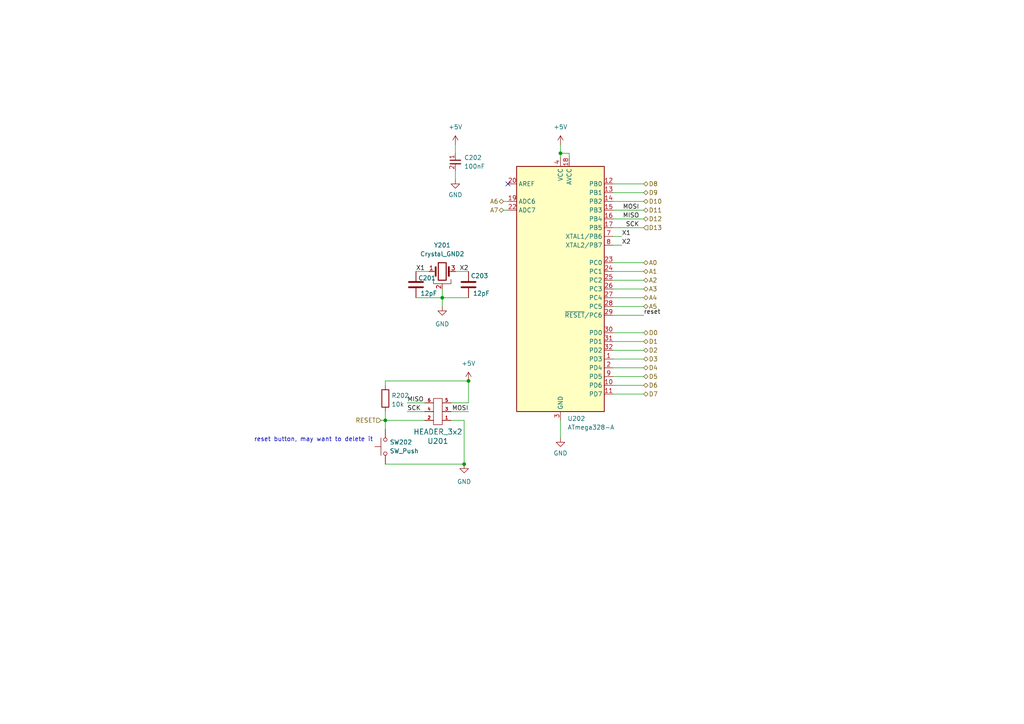
<source format=kicad_sch>
(kicad_sch (version 20230121) (generator eeschema)
  (paper "A4")
  (lib_symbols
    (symbol "Device:C" (pin_numbers hide) (pin_names (offset 0.254))
      (property "Reference" "C" (at 0.635 2.54 0))
      (property "Value" "C" (at 0.635 -2.54 0))
      (symbol "C_0_1"
        (polyline (pts (xy -2.032 -0.762) (xy 2.032 -0.762)) (stroke (width 0.508)))
        (polyline (pts (xy -2.032 0.762) (xy 2.032 0.762)) (stroke (width 0.508)))
      )
      (symbol "C_1_1"
        (pin passive line (at 0 3.81 270) (length 2.794) (name "~") (number "1"))
        (pin passive line (at 0 -3.81 90) (length 2.794) (name "~") (number "2"))
      )
    )
    (symbol "Device:R" (pin_numbers hide) (pin_names (offset 0))
      (property "Reference" "R" (at 2.032 0 90))
      (property "Value" "R" (at 0 0 90))
      (symbol "R_0_1"
        (rectangle (start -1.016 -2.54) (end 1.016 2.54) (stroke (width 0.254)))
      )
      (symbol "R_1_1"
        (pin passive line (at 0 3.81 270) (length 1.27) (name "~") (number "1"))
        (pin passive line (at 0 -3.81 90) (length 1.27) (name "~") (number "2"))
      )
    )
    (symbol "GND_1" (power) (pin_names (offset 0))
      (property "Value" "GND_1" (at 0 -3.81 0))
      (symbol "GND_1_0_1"
        (polyline (pts (xy 0 0) (xy 0 -1.27) (xy 1.27 -1.27) (xy 0 -2.54) (xy -1.27 -1.27) (xy 0 -1.27)))
      )
      (symbol "GND_1_1_1"
        (pin power_in line (at 0 0 270) (length 0) hide (name "GND") (number "1"))
      )
    )
    (symbol "MCU_Microchip_ATmega:ATmega328-A"
      (property "Reference" "U" (at -12.7 36.83 0))
      (property "Value" "ATmega328-A" (at 2.54 -36.83 0))
      (symbol "ATmega328-A_0_1"
        (rectangle (start -12.7 -35.56) (end 12.7 35.56) (stroke (width 0.254)) (fill (type background)))
      )
      (symbol "ATmega328-A_1_1"
        (pin bidirectional line (at 15.24 -20.32 180) (length 2.54) (name "PD3") (number "1"))
        (pin bidirectional line (at 15.24 -27.94 180) (length 2.54) (name "PD6") (number "10"))
        (pin bidirectional line (at 15.24 -30.48 180) (length 2.54) (name "PD7") (number "11"))
        (pin bidirectional line (at 15.24 30.48 180) (length 2.54) (name "PB0") (number "12"))
        (pin bidirectional line (at 15.24 27.94 180) (length 2.54) (name "PB1") (number "13"))
        (pin bidirectional line (at 15.24 25.4 180) (length 2.54) (name "PB2") (number "14"))
        (pin bidirectional line (at 15.24 22.86 180) (length 2.54) (name "PB3") (number "15"))
        (pin bidirectional line (at 15.24 20.32 180) (length 2.54) (name "PB4") (number "16"))
        (pin bidirectional line (at 15.24 17.78 180) (length 2.54) (name "PB5") (number "17"))
        (pin power_in line (at 2.54 38.1 270) (length 2.54) (name "AVCC") (number "18"))
        (pin input line (at -15.24 25.4 0) (length 2.54) (name "ADC6") (number "19"))
        (pin bidirectional line (at 15.24 -22.86 180) (length 2.54) (name "PD4") (number "2"))
        (pin passive line (at -15.24 30.48 0) (length 2.54) (name "AREF") (number "20"))
        (pin passive line (at 0 -38.1 90) (length 2.54) hide (name "GND") (number "21"))
        (pin input line (at -15.24 22.86 0) (length 2.54) (name "ADC7") (number "22"))
        (pin bidirectional line (at 15.24 7.62 180) (length 2.54) (name "PC0") (number "23"))
        (pin bidirectional line (at 15.24 5.08 180) (length 2.54) (name "PC1") (number "24"))
        (pin bidirectional line (at 15.24 2.54 180) (length 2.54) (name "PC2") (number "25"))
        (pin bidirectional line (at 15.24 0 180) (length 2.54) (name "PC3") (number "26"))
        (pin bidirectional line (at 15.24 -2.54 180) (length 2.54) (name "PC4") (number "27"))
        (pin bidirectional line (at 15.24 -5.08 180) (length 2.54) (name "PC5") (number "28"))
        (pin bidirectional line (at 15.24 -7.62 180) (length 2.54) (name "~{RESET}/PC6") (number "29"))
        (pin power_in line (at 0 -38.1 90) (length 2.54) (name "GND") (number "3"))
        (pin bidirectional line (at 15.24 -12.7 180) (length 2.54) (name "PD0") (number "30"))
        (pin bidirectional line (at 15.24 -15.24 180) (length 2.54) (name "PD1") (number "31"))
        (pin bidirectional line (at 15.24 -17.78 180) (length 2.54) (name "PD2") (number "32"))
        (pin power_in line (at 0 38.1 270) (length 2.54) (name "VCC") (number "4"))
        (pin passive line (at 0 -38.1 90) (length 2.54) hide (name "GND") (number "5"))
        (pin passive line (at 0 38.1 270) (length 2.54) hide (name "VCC") (number "6"))
        (pin bidirectional line (at 15.24 15.24 180) (length 2.54) (name "XTAL1/PB6") (number "7"))
        (pin bidirectional line (at 15.24 12.7 180) (length 2.54) (name "XTAL2/PB7") (number "8"))
        (pin bidirectional line (at 15.24 -25.4 180) (length 2.54) (name "PD5") (number "9"))
      )
    )
    (symbol "capacitor_miscellaneous:C_0402_100nF"
      (property "Reference" "U" (at 1.27 2.54 0))
      (property "Value" "100nF" (at 3.81 -2.54 0))
      (property "JLCPCB Part#" "C307331" (at 0 0 0))
      (symbol "C_0402_100nF_0_1"
        (polyline (pts (xy -1.524 -0.508) (xy 1.524 -0.508)) (stroke (width 0.3302)))
        (polyline (pts (xy -1.524 0.508) (xy 1.524 0.508)) (stroke (width 0.3048)))
      )
      (symbol "C_0402_100nF_1_1"
        (pin passive line (at 0 2.54 270) (length 2.032) (name "~") (number "1"))
        (pin passive line (at 0 -2.54 90) (length 2.032) (name "~") (number "2"))
      )
    )
    (symbol "custom_kicad_lib_sk:crystal_arduino" (pin_names (offset 1.016) hide)
      (property "Reference" "Y" (at 0 5.715 0))
      (property "Value" "Crystal_GND2" (at 0 3.81 0))
      (property "JLCPCB Part#" "C13738" (at 0 0 0))
      (symbol "crystal_arduino_0_1"
        (rectangle (start -1.143 2.54) (end 1.143 -2.54) (stroke (width 0.3048)))
        (polyline (pts (xy -2.54 0) (xy -1.905 0)))
        (polyline (pts (xy -1.905 -1.27) (xy -1.905 1.27)) (stroke (width 0.508)))
        (polyline (pts (xy 0 -3.81) (xy 0 -3.556)))
        (polyline (pts (xy 1.905 0) (xy 2.54 0)))
        (polyline (pts (xy 1.905 1.27) (xy 1.905 -1.27)) (stroke (width 0.508)))
        (polyline (pts (xy -2.54 -2.286) (xy -2.54 -3.556) (xy 2.54 -3.556) (xy 2.54 -2.286)))
      )
      (symbol "crystal_arduino_1_1"
        (pin passive line (at -3.81 0 0) (length 1.27) (name "1") (number "1"))
        (pin passive line (at 0 -5.08 90) (length 1.27) (name "GND") (number "2"))
        (pin passive line (at 3.81 0 180) (length 1.27) (name "3") (number "3"))
        (pin passive line (at 0 -5.08 90) (length 1.27) hide (name "GND") (number "4"))
      )
    )
    (symbol "custom_kicad_lib_sk:tactile_SMD_6mm" (pin_numbers hide) (pin_names (offset 1.016) hide)
      (property "Reference" "SW" (at 1.27 2.54 0))
      (property "Value" "SW_Push" (at 0 -1.524 0))
      (symbol "tactile_SMD_6mm_0_1"
        (circle (center -2.032 0) (radius 0.508))
        (polyline (pts (xy 0 1.27) (xy 0 3.048)))
        (polyline (pts (xy 2.54 1.27) (xy -2.54 1.27)))
        (circle (center 2.032 0) (radius 0.508))
        (pin passive line (at -5.08 0 0) (length 2.54) (name "1") (number "1"))
        (pin passive line (at 5.08 0 180) (length 2.54) (name "2") (number "2"))
      )
    )
    (symbol "power:+5V" (power) (pin_names (offset 0))
      (property "Value" "+5V" (at 0 3.556 0))
      (symbol "+5V_0_1"
        (polyline (pts (xy -0.762 1.27) (xy 0 2.54)))
        (polyline (pts (xy 0 0) (xy 0 2.54)))
        (polyline (pts (xy 0 2.54) (xy 0.762 1.27)))
      )
      (symbol "+5V_1_1"
        (pin power_in line (at 0 0 90) (length 0) hide (name "+5V") (number "1"))
      )
    )
    (symbol "power:GND" (power) (pin_names (offset 0))
      (property "Value" "GND" (at 0 -3.81 0))
      (symbol "GND_0_1"
        (polyline (pts (xy 0 0) (xy 0 -1.27) (xy 1.27 -1.27) (xy 0 -2.54) (xy -1.27 -1.27) (xy 0 -1.27)))
      )
      (symbol "GND_1_1"
        (pin power_in line (at 0 0 270) (length 0) hide (name "GND") (number "1"))
      )
    )
    (symbol "servoDriverSMD-rescue:HEADER_3x2-w_connectors" (pin_names (offset 0))
      (property "Reference" "J" (at 0 5.08 0))
      (property "Value" "HEADER_3x2-w_connectors" (at 0 -5.08 0))
      (symbol "HEADER_3x2-w_connectors_0_1"
        (rectangle (start 1.27 3.81) (end -1.27 -3.81))
      )
      (symbol "HEADER_3x2-w_connectors_1_1"
        (pin passive line (at -3.81 2.54 0) (length 2.54) (name "~") (number "1"))
        (pin passive line (at 3.81 2.54 180) (length 2.54) (name "~") (number "2"))
        (pin passive line (at -3.81 0 0) (length 2.54) (name "~") (number "3"))
        (pin passive line (at 3.81 0 180) (length 2.54) (name "~") (number "4"))
        (pin passive line (at -3.81 -2.54 0) (length 2.54) (name "~") (number "5"))
        (pin passive line (at 3.81 -2.54 180) (length 2.54) (name "~") (number "6"))
      )
    )
  )
  (junction (at 111.76 121.92))
  (junction (at 128.27 86.36))
  (junction (at 162.56 44.45))
  (junction (at 134.62 134.62))
  (junction (at 135.89 110.49))
  (no_connect (at 147.32 53.34))
  (wire (pts (xy 162.56 44.45) (xy 162.56 45.72)))
  (wire (pts (xy 128.27 86.36) (xy 135.89 86.36)))
  (wire (pts (xy 130.81 116.84) (xy 135.89 116.84)))
  (wire (pts (xy 134.62 121.92) (xy 130.81 121.92)))
  (wire (pts (xy 165.1 44.45) (xy 162.56 44.45)))
  (wire (pts (xy 177.8 86.36) (xy 186.69 86.36)))
  (wire (pts (xy 177.8 111.76) (xy 186.69 111.76)))
  (wire (pts (xy 123.19 119.38) (xy 118.11 119.38)))
  (wire (pts (xy 124.46 78.74) (xy 120.65 78.74)))
  (wire (pts (xy 177.8 76.2) (xy 186.69 76.2)))
  (wire (pts (xy 177.8 88.9) (xy 186.69 88.9)))
  (wire (pts (xy 111.76 110.49) (xy 135.89 110.49)))
  (wire (pts (xy 177.8 91.44) (xy 186.69 91.44)))
  (wire (pts (xy 135.89 116.84) (xy 135.89 110.49)))
  (wire (pts (xy 177.8 71.12) (xy 180.34 71.12)))
  (wire (pts (xy 162.56 121.92) (xy 162.56 127)))
  (wire (pts (xy 177.8 109.22) (xy 186.69 109.22)))
  (wire (pts (xy 146.05 58.42) (xy 147.32 58.42)))
  (wire (pts (xy 134.62 134.62) (xy 111.76 134.62)))
  (wire (pts (xy 130.81 119.38) (xy 135.89 119.38)))
  (wire (pts (xy 177.8 83.82) (xy 186.69 83.82)))
  (wire (pts (xy 128.27 83.82) (xy 128.27 86.36)))
  (wire (pts (xy 132.08 78.74) (xy 135.89 78.74)))
  (wire (pts (xy 146.05 60.96) (xy 147.32 60.96)))
  (wire (pts (xy 162.56 41.91) (xy 162.56 44.45)))
  (wire (pts (xy 134.62 121.92) (xy 134.62 134.62)))
  (wire (pts (xy 177.8 68.58) (xy 180.34 68.58)))
  (wire (pts (xy 177.8 114.3) (xy 186.69 114.3)))
  (wire (pts (xy 118.11 116.84) (xy 123.19 116.84)))
  (wire (pts (xy 110.49 121.92) (xy 111.76 121.92)))
  (wire (pts (xy 132.08 49.53) (xy 132.08 52.07)))
  (wire (pts (xy 111.76 121.92) (xy 123.19 121.92)))
  (wire (pts (xy 177.8 60.96) (xy 186.69 60.96)))
  (wire (pts (xy 111.76 110.49) (xy 111.76 111.76)))
  (wire (pts (xy 177.8 81.28) (xy 186.69 81.28)))
  (wire (pts (xy 177.8 55.88) (xy 186.69 55.88)))
  (wire (pts (xy 177.8 99.06) (xy 186.69 99.06)))
  (wire (pts (xy 120.65 86.36) (xy 128.27 86.36)))
  (wire (pts (xy 132.08 41.91) (xy 132.08 44.45)))
  (wire (pts (xy 177.8 96.52) (xy 186.69 96.52)))
  (wire (pts (xy 177.8 101.6) (xy 186.69 101.6)))
  (wire (pts (xy 128.27 86.36) (xy 128.27 88.9)))
  (wire (pts (xy 177.8 66.04) (xy 186.69 66.04)))
  (wire (pts (xy 165.1 45.72) (xy 165.1 44.45)))
  (wire (pts (xy 111.76 121.92) (xy 111.76 124.46)))
  (wire (pts (xy 177.8 63.5) (xy 186.69 63.5)))
  (wire (pts (xy 177.8 53.34) (xy 186.69 53.34)))
  (wire (pts (xy 177.8 106.68) (xy 186.69 106.68)))
  (wire (pts (xy 177.8 78.74) (xy 186.69 78.74)))
  (wire (pts (xy 177.8 104.14) (xy 186.69 104.14)))
  (wire (pts (xy 111.76 119.38) (xy 111.76 121.92)))
  (wire (pts (xy 177.8 58.42) (xy 186.69 58.42)))
  (text "reset button, may want to delete it" (at 73.66 128.27 0) (effects (font (size 1.27 1.27)) (justify left bottom)))
  (label "SCK" (at 118.11 119.38 0))
  (label "reset" (at 186.69 91.44 0))
  (label "X1" (at 120.65 78.74 0))
  (label "X2" (at 180.34 71.12 0))
  (label "MISO" (at 118.11 116.84 0))
  (label "MOSI" (at 185.42 60.96 180))
  (label "X1" (at 180.34 68.58 0))
  (label "SCK" (at 185.42 66.04 180))
  (label "MISO" (at 185.42 63.5 180))
  (label "MOSI" (at 135.89 119.38 180))
  (label "X2" (at 135.89 78.74 180))
  (hierarchical_label "A7" (shape bidirectional) (at 146.05 60.96 180))
  (hierarchical_label "D13" (shape input) (at 186.69 66.04 0))
  (hierarchical_label "A0" (shape bidirectional) (at 186.69 76.2 0))
  (hierarchical_label "D9" (shape bidirectional) (at 186.69 55.88 0))
  (hierarchical_label "D12" (shape bidirectional) (at 186.69 63.5 0))
  (hierarchical_label "D7" (shape bidirectional) (at 186.69 114.3 0))
  (hierarchical_label "A3" (shape bidirectional) (at 186.69 83.82 0))
  (hierarchical_label "A6" (shape bidirectional) (at 146.05 58.42 180))
  (hierarchical_label "D6" (shape bidirectional) (at 186.69 111.76 0))
  (hierarchical_label "A5" (shape bidirectional) (at 186.69 88.9 0))
  (hierarchical_label "A1" (shape bidirectional) (at 186.69 78.74 0))
  (hierarchical_label "D11" (shape bidirectional) (at 186.69 60.96 0))
  (hierarchical_label "A4" (shape bidirectional) (at 186.69 86.36 0))
  (hierarchical_label "D8" (shape bidirectional) (at 186.69 53.34 0))
  (hierarchical_label "D1" (shape bidirectional) (at 186.69 99.06 0))
  (hierarchical_label "D3" (shape bidirectional) (at 186.69 104.14 0))
  (hierarchical_label "D10" (shape bidirectional) (at 186.69 58.42 0))
  (hierarchical_label "D0" (shape bidirectional) (at 186.69 96.52 0))
  (hierarchical_label "D2" (shape bidirectional) (at 186.69 101.6 0))
  (hierarchical_label "D4" (shape bidirectional) (at 186.69 106.68 0))
  (hierarchical_label "RESET" (shape input) (at 110.49 121.92 180))
  (hierarchical_label "D5" (shape bidirectional) (at 186.69 109.22 0))
  (hierarchical_label "A2" (shape bidirectional) (at 186.69 81.28 0))
  (symbol (lib_id "custom_kicad_lib_sk:crystal_arduino") (at 128.27 78.74 0) (unit 1)
    (property "Reference" "Y201" (at 128.27 71.12 0))
    (property "Value" "Crystal_GND2" (at 128.27 73.66 0))
    (property "Footprint" "custom_kicad_lib_sk:crystal_arduino" (effects hide))
    (property "JLCPCB Part#" "C13738" (effects hide))
    (instances (project "GPIO_UNIT" (path "" (reference "Y201") (unit 1))) (project "atmega328" (path "" (reference "Y201") (unit 1))) (project "general_schematics" (path "" (reference "Y?") (unit 1)) (path "" (reference "Y1401") (unit 1))))
  )
  (symbol (lib_id "Device:C") (at 135.89 82.55 180) (unit 1)
    (property "Reference" "C203" (at 136.525 80.01 0) (effects (justify right)))
    (property "Value" "12pF" (at 137.16 85.09 0) (effects (justify right)))
    (property "Footprint" "Capacitor_SMD:C_0603_1608Metric" (effects hide))
    (property "JLCPCB Part#" "C38523" (effects hide))
    (instances (project "GPIO_UNIT" (path "" (reference "C203") (unit 1))) (project "atmega328" (path "" (reference "C203") (unit 1))) (project "general_schematics" (path "" (reference "C?") (unit 1)) (path "" (reference "C1403") (unit 1))))
  )
  (symbol (lib_id "MCU_Microchip_ATmega:ATmega328-A") (at 162.56 83.82 0) (unit 1)
    (property "Reference" "U202" (at 164.5794 121.4104 0) (effects (justify left)))
    (property "Value" "ATmega328-A" (at 164.5794 123.9473 0) (effects (justify left)))
    (property "Footprint" "Package_QFP:TQFP-32_7x7mm_P0.8mm" (effects hide))
    (property "Datasheet" "http://ww1.microchip.com/downloads/en/DeviceDoc/ATmega328_P%20AVR%20MCU%20with%20picoPower%20Technology%20Data%20Sheet%2040001984A.pdf" (effects hide))
    (property "JLCPCB Part#" "C14877" (effects hide))
    (instances (project "GPIO_UNIT" (path "" (reference "U202") (unit 1))) (project "atmega328" (path "" (reference "U202") (unit 1))) (project "general_schematics" (path "" (reference "U1402") (unit 1))))
  )
  (symbol (lib_id "power:GND") (at 132.08 52.07 0) (unit 1)
    (property "Reference" "#PWR0201" (effects hide))
    (property "Value" "GND" (at 132.08 56.5134 0))
    (instances (project "GPIO_UNIT" (path "" (reference "#PWR0201") (unit 1))) (project "atmega328" (path "" (reference "#PWR0201") (unit 1))) (project "general_schematics" (path "" (reference "#PWR0137") (unit 1))))
  )
  (symbol (lib_id "custom_kicad_lib_sk:tactile_SMD_6mm") (at 111.76 129.54 90) (unit 1)
    (property "Reference" "SW202" (at 113.03 128.27 90) (effects (justify right)))
    (property "Value" "SW_Push" (at 113.03 130.81 90) (effects (justify right)))
    (property "Footprint" "custom_kicad_lib_sk:tactile_SMD_6mm" (effects hide))
    (property "JLCPCB Part#" "C294567" (effects hide))
  )
  (symbol (lib_id "Device:C") (at 120.65 82.55 180) (unit 1)
    (property "Reference" "C201" (at 121.285 80.645 0) (effects (justify right)))
    (property "Value" "12pF" (at 121.92 85.09 0) (effects (justify right)))
    (property "Footprint" "Capacitor_SMD:C_0603_1608Metric" (effects hide))
    (property "JLCPCB Part#" "C38523" (effects hide))
    (instances (project "GPIO_UNIT" (path "" (reference "C201") (unit 1))) (project "atmega328" (path "" (reference "C201") (unit 1))) (project "general_schematics" (path "" (reference "C?") (unit 1)) (path "" (reference "C1401") (unit 1))))
  )
  (symbol (lib_name "GND_1") (lib_id "power:GND") (at 128.27 88.9 0) (unit 1)
    (property "Reference" "#PWR0102" (effects hide))
    (property "Value" "GND" (at 128.27 93.98 0))
  )
  (symbol (lib_id "power:+5V") (at 135.89 110.49 0) (unit 1)
    (property "Reference" "#PWR0107" (effects hide))
    (property "Value" "+5V" (at 135.89 105.41 0))
  )
  (symbol (lib_name "GND_1") (lib_id "power:GND") (at 134.62 134.62 0) (unit 1)
    (property "Reference" "#PWR0101" (effects hide))
    (property "Value" "GND" (at 134.62 139.7 0))
  )
  (symbol (lib_id "power:GND") (at 162.56 127 0) (unit 1)
    (property "Reference" "#PWR0202" (effects hide))
    (property "Value" "GND" (at 162.56 131.4434 0))
    (instances (project "GPIO_UNIT" (path "" (reference "#PWR0202") (unit 1))) (project "atmega328" (path "" (reference "#PWR0202") (unit 1))) (project "general_schematics" (path "" (reference "#PWR0138") (unit 1))))
  )
  (symbol (lib_id "servoDriverSMD-rescue:HEADER_3x2-w_connectors") (at 127 119.38 180) (unit 1)
    (property "Reference" "U201" (at 127 127.9398 0) (effects (font (size 1.524 1.524))))
    (property "Value" "HEADER_3x2" (at 127 125.2474 0) (effects (font (size 1.524 1.524))))
    (property "Footprint" "Connector_PinSocket_1.27mm:PinSocket_2x03_P1.27mm_Vertical" (effects hide))
    (instances (project "GPIO_UNIT" (path "" (reference "U201") (unit 1))) (project "atmega328" (path "" (reference "U201") (unit 1))) (project "general_schematics" (path "" (reference "U1401") (unit 1))))
  )
  (symbol (lib_id "Device:R") (at 111.76 115.57 0) (unit 1)
    (property "Reference" "R202" (at 113.538 114.7353 0) (effects (justify left)))
    (property "Value" "10k" (at 113.538 117.2722 0) (effects (justify left)))
    (property "Footprint" "Resistor_SMD:R_0402_1005Metric_Pad0.72x0.64mm_HandSolder" (effects hide))
    (property "JLCPCB Part#" "C25744" (effects hide))
    (instances (project "GPIO_UNIT" (path "" (reference "R202") (unit 1))) (project "atmega328" (path "" (reference "R202") (unit 1))) (project "general_schematics" (path "" (reference "R1402") (unit 1))))
  )
  (symbol (lib_id "power:+5V") (at 132.08 41.91 0) (unit 1)
    (property "Reference" "#PWR0105" (effects hide))
    (property "Value" "+5V" (at 132.08 36.83 0))
  )
  (symbol (lib_id "capacitor_miscellaneous:C_0402_100nF") (at 132.08 46.99 0) (unit 1)
    (property "Reference" "C202" (at 134.62 45.7263 0) (effects (justify left)))
    (property "Value" "100nF" (at 134.62 48.2663 0) (effects (justify left)))
    (property "Footprint" "Capacitor_SMD:C_0402_1005Metric" (effects hide))
    (property "JLCPCB Part#" "C307331" (effects hide))
  )
  (symbol (lib_id "power:+5V") (at 162.56 41.91 0) (unit 1)
    (property "Reference" "#PWR0106" (effects hide))
    (property "Value" "+5V" (at 162.56 36.83 0))
  )
)
</source>
